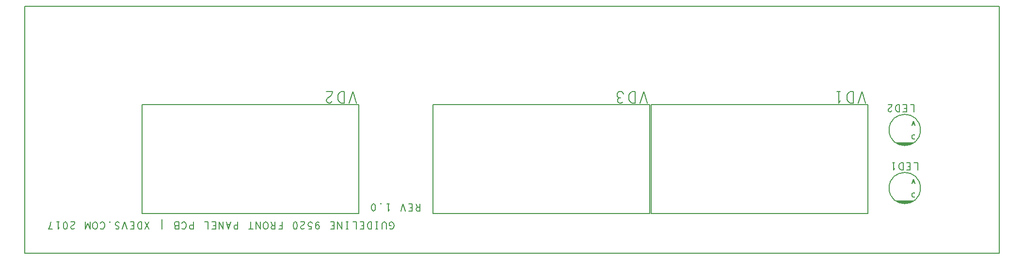
<source format=gto>
G04 ================== begin FILE IDENTIFICATION RECORD ==================*
G04 Layout Name:  D:/_doc/Guildline/9520/g9520_r1.brd*
G04 Film Name:    SILKTOP*
G04 File Format:  Gerber RS274X*
G04 File Origin:  Cadence Allegro 17.0-S003*
G04 Origin Date:  Sun Jan 08 19:15:00 2017*
G04 *
G04 Layer:  BOARD GEOMETRY/OUTLINE*
G04 Layer:  COMPONENT VALUE/SILKSCREEN_TOP*
G04 Layer:  REF DES/SILKSCREEN_TOP*
G04 Layer:  PACKAGE GEOMETRY/SILKSCREEN_TOP*
G04 Layer:  MANUFACTURING/AUTOSILK_TOP*
G04 Layer:  BOARD GEOMETRY/TOOLING_CORNERS*
G04 Layer:  BOARD GEOMETRY/SILKSCREEN_TOP*
G04 *
G04 Offset:    (0.00 0.00)*
G04 Mirror:    No*
G04 Mode:      Positive*
G04 Rotation:  0*
G04 FullContactRelief:  No*
G04 UndefLineWidth:     5.00*
G04 ================== end FILE IDENTIFICATION RECORD ====================*
%FSLAX25Y25*MOIN*%
%IR0*IPPOS*OFA0.00000B0.00000*MIA0B0*SFA1.00000B1.00000*%
%ADD10C,.005*%
%ADD11C,.00787*%
G75*
%LPD*%
G75*
G36*
G01X263701Y31339D02*
X276299D01*
G02X270000Y29370I-5512J6574D01*
G02X263701Y31339I460J12533D01*
G37*
G36*
G01Y71339D02*
X276299D01*
G02X270000Y69370I-5512J6574D01*
G02X263701Y71339I460J12533D01*
G37*
G54D10*
G01X-335000Y-5000D02*
Y165000D01*
X335000D01*
Y-5000D01*
X-335000D01*
G01X-83125Y14167D02*
X-84392D01*
Y15667D01*
X-84012Y16167D01*
X-83569Y16500D01*
X-82935Y16667D01*
X-82302Y16500D01*
X-81859Y16167D01*
X-81479Y15667D01*
X-81226Y15084D01*
X-81099Y14417D01*
Y13834D01*
X-81226Y13334D01*
X-81479Y12750D01*
X-81859Y12250D01*
X-82239Y11917D01*
X-82745Y11667D01*
X-83189D01*
X-83695Y11834D01*
X-84075Y12167D01*
G01X-86451Y11667D02*
Y15250D01*
X-86704Y16000D01*
X-87210Y16500D01*
X-87843Y16667D01*
X-88477Y16500D01*
X-88983Y16000D01*
X-89236Y15250D01*
Y11667D01*
G01X-92182D02*
X-93701D01*
G01X-92941D02*
Y16667D01*
G01X-92182D02*
X-93701D01*
G01X-96647D02*
Y11667D01*
X-97913D01*
X-98419Y11917D01*
X-98799Y12250D01*
X-99116Y12750D01*
X-99369Y13334D01*
X-99432Y14167D01*
X-99369Y15000D01*
X-99116Y15584D01*
X-98799Y16084D01*
X-98419Y16417D01*
X-97913Y16667D01*
X-96647D01*
G01X-104404D02*
X-101871D01*
Y11667D01*
X-104404D01*
G01X-103391Y14084D02*
X-101871D01*
G01X-106969Y11667D02*
Y16667D01*
X-109502D01*
G01X-112574Y11667D02*
X-114093D01*
G01X-113333D02*
Y16667D01*
G01X-112574D02*
X-114093D01*
G01X-116975D02*
Y11667D01*
X-119888Y16667D01*
Y11667D01*
G01X-124796Y16667D02*
X-122263D01*
Y11667D01*
X-124796D01*
G01X-123783Y14084D02*
X-122263D01*
G01X-132649Y16084D02*
X-133092Y16500D01*
X-133599Y16667D01*
X-134105Y16500D01*
X-134549Y16000D01*
X-134865Y15250D01*
X-134992Y14500D01*
Y13584D01*
X-134865Y12834D01*
X-134549Y12167D01*
X-134169Y11834D01*
X-133725Y11667D01*
X-133219Y11834D01*
X-132839Y12167D01*
X-132586Y12667D01*
X-132459Y13334D01*
X-132586Y13917D01*
X-132902Y14500D01*
X-133282Y14834D01*
X-133725Y14917D01*
X-134232Y14750D01*
X-134612Y14334D01*
X-134992Y13584D01*
G01X-137431Y15917D02*
X-137810Y16334D01*
X-138254Y16584D01*
X-138823Y16667D01*
X-139393Y16500D01*
X-139837Y16167D01*
X-140153Y15584D01*
X-140216Y14917D01*
X-140090Y14250D01*
X-139773Y13834D01*
X-139330Y13500D01*
X-138887Y13417D01*
X-138444Y13500D01*
X-137874Y13834D01*
X-138064Y11667D01*
X-139773D01*
G01X-142718Y12500D02*
X-143098Y12000D01*
X-143542Y11750D01*
X-144048Y11667D01*
X-144681Y11834D01*
X-145125Y12250D01*
X-145251Y12750D01*
X-145188Y13250D01*
X-144935Y13667D01*
X-143668Y14500D01*
X-143098Y15084D01*
X-142718Y15917D01*
X-142592Y16667D01*
X-145251D01*
G01X-149019Y11667D02*
X-148513Y11834D01*
X-148133Y12250D01*
X-147880Y12750D01*
X-147690Y13417D01*
X-147627Y14167D01*
X-147690Y14917D01*
X-147880Y15584D01*
X-148133Y16084D01*
X-148513Y16500D01*
X-149019Y16667D01*
X-149526Y16500D01*
X-149906Y16084D01*
X-150159Y15584D01*
X-150349Y14917D01*
X-150412Y14167D01*
X-150349Y13417D01*
X-150159Y12750D01*
X-149906Y12250D01*
X-149526Y11834D01*
X-149019Y11667D01*
G01X-158012Y16667D02*
Y11667D01*
X-160419D01*
G01X-159532Y14084D02*
X-158012D01*
G01X-163047Y16667D02*
Y11667D01*
X-164630D01*
X-165137Y11917D01*
X-165453Y12250D01*
X-165580Y12917D01*
X-165453Y13584D01*
X-165073Y14000D01*
X-164630Y14250D01*
X-163047D01*
G01X-164630D02*
X-165580Y16667D01*
G01X-169411D02*
X-168905Y16584D01*
X-168462Y16250D01*
X-168082Y15750D01*
X-167829Y15167D01*
X-167702Y14500D01*
Y13834D01*
X-167829Y13167D01*
X-168082Y12584D01*
X-168462Y12084D01*
X-168905Y11750D01*
X-169411Y11667D01*
X-169918Y11750D01*
X-170361Y12084D01*
X-170741Y12584D01*
X-170994Y13167D01*
X-171121Y13834D01*
Y14500D01*
X-170994Y15167D01*
X-170741Y15750D01*
X-170361Y16250D01*
X-169918Y16584D01*
X-169411Y16667D01*
G01X-173053D02*
Y11667D01*
X-175966Y16667D01*
Y11667D01*
G01X-179607D02*
Y16667D01*
G01X-178151Y11667D02*
X-181064D01*
G01X-188537Y16667D02*
Y11667D01*
X-190057D01*
X-190563Y11917D01*
X-190943Y12500D01*
X-191070Y13167D01*
X-190943Y13834D01*
X-190627Y14334D01*
X-190057Y14584D01*
X-188537D01*
G01X-193319Y16667D02*
X-194901Y11667D01*
X-196484Y16667D01*
G01X-195915Y14917D02*
X-193888D01*
G01X-198543Y16667D02*
Y11667D01*
X-201456Y16667D01*
Y11667D01*
G01X-206364Y16667D02*
X-203831D01*
Y11667D01*
X-206364D01*
G01X-205351Y14084D02*
X-203831D01*
G01X-208929Y11667D02*
Y16667D01*
X-211462D01*
G01X-219125D02*
Y11667D01*
X-220645D01*
X-221151Y11917D01*
X-221531Y12500D01*
X-221658Y13167D01*
X-221531Y13834D01*
X-221215Y14334D01*
X-220645Y14584D01*
X-219125D01*
G01X-226882Y12084D02*
X-226503Y11834D01*
X-226059Y11667D01*
X-225553D01*
X-224983Y11917D01*
X-224540Y12334D01*
X-224223Y12834D01*
X-223970Y13667D01*
X-223907Y14417D01*
X-224033Y15167D01*
X-224223Y15667D01*
X-224603Y16167D01*
X-225046Y16500D01*
X-225489Y16667D01*
X-225933D01*
X-226376Y16500D01*
X-226756Y16250D01*
X-227072Y15917D01*
G01X-231094Y14000D02*
X-231347Y13750D01*
X-231537Y13334D01*
X-231664Y12750D01*
X-231537Y12250D01*
X-231284Y11917D01*
X-230841Y11667D01*
X-229131D01*
Y16667D01*
X-231221D01*
X-231664Y16334D01*
X-231917Y15834D01*
X-232044Y15250D01*
X-231917Y14667D01*
X-231537Y14167D01*
X-231094Y14000D01*
X-229131D01*
G01X-240783Y18334D02*
Y11667D01*
G01X-249650Y16667D02*
X-252309Y11667D01*
G01X-249650D02*
X-252309Y16667D01*
G01X-254685D02*
Y11667D01*
X-255951D01*
X-256457Y11917D01*
X-256837Y12250D01*
X-257154Y12750D01*
X-257407Y13334D01*
X-257470Y14167D01*
X-257407Y15000D01*
X-257154Y15584D01*
X-256837Y16084D01*
X-256457Y16417D01*
X-255951Y16667D01*
X-254685D01*
G01X-262442D02*
X-259909D01*
Y11667D01*
X-262442D01*
G01X-261429Y14084D02*
X-259909D01*
G01X-264691Y11667D02*
X-266273Y16667D01*
X-267856Y11667D01*
G01X-270042Y16000D02*
X-270548Y16417D01*
X-271118Y16667D01*
X-271625D01*
X-272131Y16417D01*
X-272511Y16000D01*
X-272701Y15417D01*
X-272575Y14834D01*
X-272258Y14334D01*
X-271688Y14000D01*
X-270928Y13834D01*
X-270485Y13500D01*
X-270295Y12917D01*
X-270422Y12334D01*
X-270738Y11917D01*
X-271182Y11667D01*
X-271625D01*
X-272068Y11834D01*
X-272448Y12250D01*
G01X-276469Y16834D02*
X-276343Y16750D01*
Y16584D01*
X-276469Y16500D01*
X-276596Y16584D01*
Y16750D01*
X-276469Y16834D01*
G01X-282960Y12084D02*
X-282581Y11834D01*
X-282137Y11667D01*
X-281631D01*
X-281061Y11917D01*
X-280618Y12334D01*
X-280301Y12834D01*
X-280048Y13667D01*
X-279985Y14417D01*
X-280111Y15167D01*
X-280301Y15667D01*
X-280681Y16167D01*
X-281124Y16500D01*
X-281567Y16667D01*
X-282011D01*
X-282454Y16500D01*
X-282834Y16250D01*
X-283150Y15917D01*
G01X-286665Y16667D02*
X-286159Y16584D01*
X-285716Y16250D01*
X-285336Y15750D01*
X-285083Y15167D01*
X-284956Y14500D01*
Y13834D01*
X-285083Y13167D01*
X-285336Y12584D01*
X-285716Y12084D01*
X-286159Y11750D01*
X-286665Y11667D01*
X-287172Y11750D01*
X-287615Y12084D01*
X-287995Y12584D01*
X-288248Y13167D01*
X-288375Y13834D01*
Y14500D01*
X-288248Y15167D01*
X-287995Y15750D01*
X-287615Y16250D01*
X-287172Y16584D01*
X-286665Y16667D01*
G01X-290117D02*
Y11667D01*
X-291763Y15834D01*
X-293410Y11667D01*
Y16667D01*
G01X-300756Y12500D02*
X-301136Y12000D01*
X-301580Y11750D01*
X-302086Y11667D01*
X-302719Y11834D01*
X-303163Y12250D01*
X-303289Y12750D01*
X-303226Y13250D01*
X-302973Y13667D01*
X-301706Y14500D01*
X-301136Y15084D01*
X-300756Y15917D01*
X-300630Y16667D01*
X-303289D01*
G01X-307057Y11667D02*
X-306551Y11834D01*
X-306171Y12250D01*
X-305918Y12750D01*
X-305728Y13417D01*
X-305665Y14167D01*
X-305728Y14917D01*
X-305918Y15584D01*
X-306171Y16084D01*
X-306551Y16500D01*
X-307057Y16667D01*
X-307564Y16500D01*
X-307944Y16084D01*
X-308197Y15584D01*
X-308387Y14917D01*
X-308450Y14167D01*
X-308387Y13417D01*
X-308197Y12750D01*
X-307944Y12250D01*
X-307564Y11834D01*
X-307057Y11667D01*
G01X-312155Y16667D02*
Y11667D01*
X-311396Y12667D01*
G01Y16667D02*
X-312915D01*
G01X-317127D02*
X-317253Y15584D01*
X-317443Y14667D01*
X-317697Y13834D01*
X-318013Y12917D01*
X-318520Y11667D01*
X-315987D01*
G01X-254500Y97500D02*
Y22500D01*
X-105500D01*
Y97500D01*
X-254500D01*
G01X-107000Y98500D02*
X-109500Y106500D01*
X-112000Y98500D01*
G01X-115300Y106500D02*
Y98500D01*
X-117300D01*
X-118100Y98900D01*
X-118700Y99433D01*
X-119200Y100233D01*
X-119600Y101167D01*
X-119700Y102500D01*
X-119600Y103833D01*
X-119200Y104767D01*
X-118700Y105567D01*
X-118100Y106100D01*
X-117300Y106500D01*
X-115300D01*
G01X-123600Y99833D02*
X-124200Y99033D01*
X-124900Y98633D01*
X-125700Y98500D01*
X-126700Y98767D01*
X-127400Y99433D01*
X-127600Y100233D01*
X-127500Y101034D01*
X-127100Y101700D01*
X-125100Y103033D01*
X-124200Y103967D01*
X-123600Y105300D01*
X-123400Y106500D01*
X-127600D01*
G01X-63439Y29167D02*
Y24167D01*
X-65022D01*
X-65529Y24417D01*
X-65845Y24750D01*
X-65972Y25417D01*
X-65845Y26084D01*
X-65465Y26500D01*
X-65022Y26750D01*
X-63439D01*
G01X-65022D02*
X-65972Y29167D01*
G01X-71070D02*
X-68537D01*
Y24167D01*
X-71070D01*
G01X-70057Y26584D02*
X-68537D01*
G01X-73319Y24167D02*
X-74901Y29167D01*
X-76484Y24167D01*
G01X-85097Y29167D02*
Y24167D01*
X-84338Y25167D01*
G01Y29167D02*
X-85857D01*
G01X-90195Y29334D02*
X-90069Y29250D01*
Y29084D01*
X-90195Y29000D01*
X-90322Y29084D01*
Y29250D01*
X-90195Y29334D01*
G01X-95293Y24167D02*
X-94787Y24334D01*
X-94407Y24750D01*
X-94154Y25250D01*
X-93964Y25917D01*
X-93901Y26667D01*
X-93964Y27417D01*
X-94154Y28084D01*
X-94407Y28584D01*
X-94787Y29000D01*
X-95293Y29167D01*
X-95800Y29000D01*
X-96180Y28584D01*
X-96433Y28084D01*
X-96623Y27417D01*
X-96686Y26667D01*
X-96623Y25917D01*
X-96433Y25250D01*
X-96180Y24750D01*
X-95800Y24334D01*
X-95293Y24167D01*
G01X-54500Y97500D02*
Y22500D01*
X94500D01*
Y97500D01*
X-54500D01*
G01X93000Y98500D02*
X90500Y106500D01*
X88000Y98500D01*
G01X84700Y106500D02*
Y98500D01*
X82700D01*
X81900Y98900D01*
X81300Y99433D01*
X80800Y100233D01*
X80400Y101167D01*
X80300Y102500D01*
X80400Y103833D01*
X80800Y104767D01*
X81300Y105567D01*
X81900Y106100D01*
X82700Y106500D01*
X84700D01*
G01X76700Y104900D02*
X76100Y105833D01*
X75300Y106367D01*
X74400Y106500D01*
X73600Y106367D01*
X72800Y105700D01*
X72300Y104900D01*
X72200Y104100D01*
X72400Y103167D01*
X73100Y102500D01*
X73800Y102233D01*
X74700D01*
G01X73800D02*
X73200Y101833D01*
X72700Y101167D01*
X72500Y100367D01*
X72700Y99567D01*
X73200Y98900D01*
X74100Y98500D01*
X75000Y98633D01*
X75900Y99167D01*
G01X95500Y97500D02*
Y22500D01*
X244500D01*
Y97500D01*
X95500D01*
G01X243000Y98500D02*
X240500Y106500D01*
X238000Y98500D01*
G01X234700Y106500D02*
Y98500D01*
X232700D01*
X231900Y98900D01*
X231300Y99433D01*
X230800Y100233D01*
X230400Y101167D01*
X230300Y102500D01*
X230400Y103833D01*
X230800Y104767D01*
X231300Y105567D01*
X231900Y106100D01*
X232700Y106500D01*
X234700D01*
G01X224500D02*
Y98500D01*
X225700Y100100D01*
G01Y106500D02*
X223300D01*
G01X276413Y92500D02*
Y97500D01*
X273880D01*
G01X268782D02*
X271315D01*
Y92500D01*
X268782D01*
G01X269795Y94917D02*
X271315D01*
G01X266343Y97500D02*
Y92500D01*
X265077D01*
X264571Y92750D01*
X264191Y93083D01*
X263874Y93583D01*
X263621Y94167D01*
X263558Y95000D01*
X263621Y95833D01*
X263874Y96417D01*
X264191Y96917D01*
X264571Y97250D01*
X265077Y97500D01*
X266343D01*
G01X261056Y93333D02*
X260676Y92833D01*
X260232Y92583D01*
X259726Y92500D01*
X259093Y92667D01*
X258649Y93083D01*
X258523Y93583D01*
X258586Y94083D01*
X258839Y94500D01*
X260106Y95333D01*
X260676Y95917D01*
X261056Y96750D01*
X261182Y97500D01*
X258523D01*
G01X276716Y36541D02*
X276487Y36696D01*
X276218Y36799D01*
X275912D01*
X275567Y36644D01*
X275299Y36386D01*
X275107Y36076D01*
X274954Y35560D01*
X274916Y35095D01*
X274992Y34630D01*
X275107Y34321D01*
X275337Y34011D01*
X275605Y33804D01*
X275873Y33701D01*
X276142D01*
X276410Y33804D01*
X276640Y33959D01*
X276831Y34166D01*
G01X274916Y43150D02*
X275873Y46248D01*
X276831Y43150D01*
G01X276487Y44234D02*
X275260D01*
G01X278913Y52500D02*
Y57500D01*
X276380D01*
G01X271282D02*
X273815D01*
Y52500D01*
X271282D01*
G01X272295Y54917D02*
X273815D01*
G01X268843Y57500D02*
Y52500D01*
X267577D01*
X267071Y52750D01*
X266691Y53083D01*
X266374Y53583D01*
X266121Y54167D01*
X266058Y55000D01*
X266121Y55833D01*
X266374Y56417D01*
X266691Y56917D01*
X267071Y57250D01*
X267577Y57500D01*
X268843D01*
G01X262353D02*
Y52500D01*
X263112Y53500D01*
G01Y57500D02*
X261593D01*
G01X276716Y76541D02*
X276487Y76696D01*
X276218Y76799D01*
X275912D01*
X275567Y76644D01*
X275299Y76386D01*
X275107Y76076D01*
X274954Y75560D01*
X274916Y75095D01*
X274992Y74630D01*
X275107Y74321D01*
X275337Y74011D01*
X275605Y73804D01*
X275873Y73701D01*
X276142D01*
X276410Y73804D01*
X276640Y73959D01*
X276831Y74166D01*
G01X274916Y83150D02*
X275873Y86248D01*
X276831Y83150D01*
G01X276487Y84234D02*
X275260D01*
G54D11*
G01X280744Y40000D02*
G03I-10744J0D01*
G01Y80000D02*
G03I-10744J0D01*
M02*

</source>
